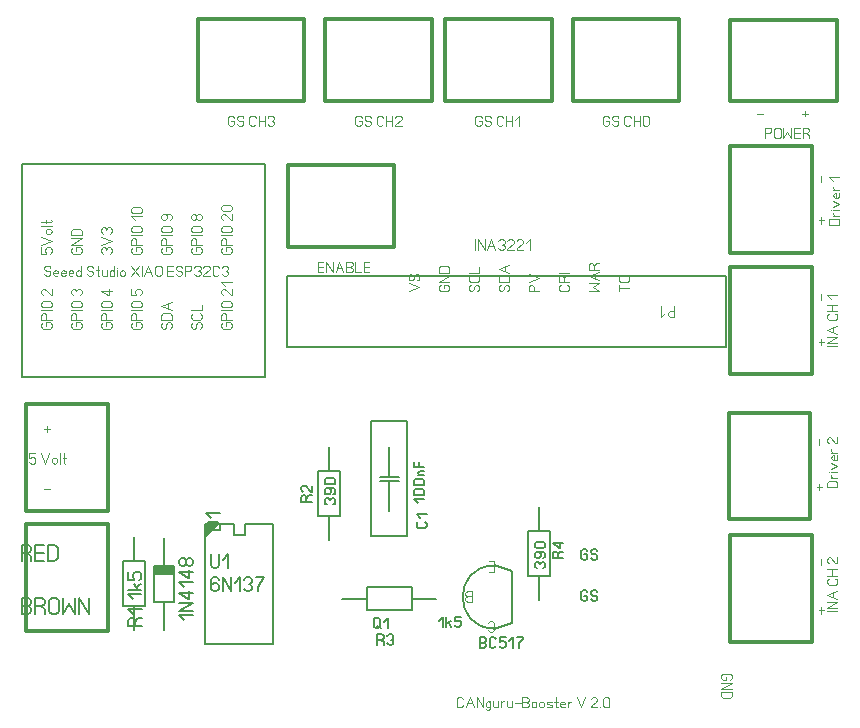
<source format=gbr>
%FSLAX34Y34*%
%MOMM*%
%LNSILK_TOP*%
G71*
G01*
%ADD10C,0.150*%
%ADD11C,0.144*%
%ADD12C,0.100*%
%ADD13C,0.159*%
%ADD14C,0.111*%
%ADD15C,0.167*%
%ADD16C,0.300*%
%ADD17C,0.200*%
%LPD*%
G54D10*
X-438125Y212725D02*
X-462025Y212725D01*
X-462025Y203225D01*
X-471425Y203225D01*
X-471425Y212725D01*
X-495325Y212725D01*
X-495325Y111125D01*
X-438125Y111125D01*
X-438125Y212725D01*
G36*
X-495325Y212825D02*
X-482625Y212825D01*
X-495325Y200025D01*
X-495325Y212825D01*
G37*
G54D11*
X-490325Y186631D02*
X-490325Y177242D01*
X-489458Y175797D01*
X-487725Y175075D01*
X-485992Y175075D01*
X-484258Y175797D01*
X-483392Y177242D01*
X-483392Y186631D01*
G54D11*
X-480214Y182297D02*
X-475881Y186631D01*
X-475881Y175075D01*
G54D11*
X-483392Y164964D02*
X-484258Y166408D01*
X-485992Y167131D01*
X-487725Y167131D01*
X-489458Y166408D01*
X-490325Y164964D01*
X-490325Y161353D01*
X-490325Y160631D01*
X-487725Y162075D01*
X-485992Y162075D01*
X-484258Y161353D01*
X-483392Y159908D01*
X-483392Y157742D01*
X-484258Y156297D01*
X-485992Y155575D01*
X-487725Y155575D01*
X-489458Y156297D01*
X-490325Y157742D01*
X-490325Y161353D01*
G54D11*
X-480214Y155575D02*
X-480214Y167131D01*
X-473281Y155575D01*
X-473281Y167131D01*
G54D11*
X-470103Y162797D02*
X-465770Y167131D01*
X-465770Y155575D01*
G54D11*
X-462592Y164964D02*
X-461725Y166408D01*
X-459992Y167131D01*
X-458259Y167131D01*
X-456525Y166408D01*
X-455659Y164964D01*
X-455659Y163519D01*
X-456525Y162075D01*
X-458259Y161353D01*
X-456525Y160631D01*
X-455659Y159186D01*
X-455659Y157742D01*
X-456525Y156297D01*
X-458259Y155575D01*
X-459992Y155575D01*
X-461725Y156297D01*
X-462592Y157742D01*
G54D11*
X-452481Y167131D02*
X-445548Y167131D01*
X-446414Y165686D01*
X-448148Y163519D01*
X-449881Y160631D01*
X-450748Y158464D01*
X-450748Y155575D01*
G54D10*
X-521525Y177125D02*
X-538925Y177125D01*
X-538925Y146725D01*
X-521525Y146725D01*
X-521525Y177125D01*
G36*
X-521625Y177025D02*
X-538325Y177025D01*
X-538325Y169825D01*
X-521625Y169825D01*
X-521625Y177025D01*
G37*
G54D12*
X-521625Y177025D02*
X-538325Y177025D01*
X-538325Y169825D01*
X-521625Y169825D01*
X-521625Y177025D01*
G54D10*
X-530225Y200825D02*
X-530225Y177025D01*
G54D10*
X-530225Y146825D02*
X-530225Y123025D01*
G54D11*
X-483219Y207281D02*
X-494775Y207281D01*
X-494775Y211614D01*
X-494052Y213348D01*
X-492608Y214214D01*
X-485386Y214214D01*
X-483941Y213348D01*
X-483219Y211614D01*
X-483219Y207281D01*
G54D11*
X-490441Y217392D02*
X-494775Y221725D01*
X-483219Y221725D01*
G54D11*
X-513116Y131312D02*
X-517450Y135645D01*
X-505894Y135645D01*
G54D11*
X-505894Y138823D02*
X-517450Y138823D01*
X-505894Y145756D01*
X-517450Y145756D01*
G54D11*
X-505894Y154134D02*
X-517450Y154134D01*
X-510227Y148934D01*
X-508783Y148934D01*
X-508783Y155867D01*
G54D11*
X-513116Y159045D02*
X-517450Y163378D01*
X-505894Y163378D01*
G54D11*
X-505894Y171756D02*
X-517450Y171756D01*
X-510227Y166556D01*
X-508783Y166556D01*
X-508783Y173489D01*
G54D11*
X-511672Y181000D02*
X-511672Y179267D01*
X-512394Y177534D01*
X-513838Y176667D01*
X-515283Y176667D01*
X-516727Y177534D01*
X-517450Y179267D01*
X-517450Y181000D01*
X-516727Y182734D01*
X-515283Y183600D01*
X-513838Y183600D01*
X-512394Y182734D01*
X-511672Y181000D01*
X-510950Y182734D01*
X-509505Y183600D01*
X-508061Y183600D01*
X-506616Y182734D01*
X-505894Y181000D01*
X-505894Y179267D01*
X-506616Y177534D01*
X-508061Y176667D01*
X-509505Y176667D01*
X-510950Y177534D01*
X-511672Y179267D01*
G54D10*
X-565125Y180925D02*
X-546125Y180925D01*
X-546125Y142925D01*
X-565125Y142925D01*
X-565125Y180925D01*
G54D10*
X-555625Y181025D02*
X-555625Y201625D01*
G54D10*
X-555625Y122225D02*
X-555625Y142825D01*
G54D11*
X-554775Y129198D02*
X-553330Y131798D01*
X-551886Y132664D01*
X-548997Y132664D01*
G54D11*
X-548997Y125731D02*
X-560553Y125731D01*
X-560553Y130064D01*
X-559830Y131798D01*
X-558386Y132664D01*
X-556941Y132664D01*
X-555497Y131798D01*
X-554775Y130064D01*
X-554775Y125731D01*
G54D11*
X-556219Y135842D02*
X-560553Y140175D01*
X-548997Y140175D01*
G54D11*
X-556766Y149078D02*
X-561100Y153411D01*
X-549544Y153411D01*
G54D11*
X-549544Y156589D02*
X-561100Y156589D01*
G54D11*
X-553877Y159189D02*
X-549544Y161789D01*
G54D11*
X-552433Y156589D02*
X-556044Y161789D01*
G54D11*
X-561100Y171900D02*
X-561100Y164967D01*
X-556044Y164967D01*
X-556044Y165834D01*
X-556766Y167567D01*
X-556766Y169300D01*
X-556044Y171034D01*
X-554600Y171900D01*
X-551711Y171900D01*
X-550266Y171034D01*
X-549544Y169300D01*
X-549544Y167567D01*
X-550266Y165834D01*
X-551711Y164967D01*
G54D10*
X-400025Y257125D02*
X-381025Y257125D01*
X-381025Y219125D01*
X-400025Y219125D01*
X-400025Y257125D01*
G54D10*
X-390525Y257225D02*
X-390525Y277825D01*
G54D10*
X-390525Y198425D02*
X-390525Y219025D01*
G54D13*
X-409805Y233840D02*
X-408694Y235840D01*
X-407583Y236506D01*
X-405361Y236506D01*
G54D13*
X-405361Y231173D02*
X-414250Y231173D01*
X-414250Y234506D01*
X-413694Y235840D01*
X-412583Y236506D01*
X-411472Y236506D01*
X-410361Y235840D01*
X-409805Y234506D01*
X-409805Y231173D01*
G54D13*
X-405361Y244950D02*
X-405361Y239617D01*
X-405917Y239617D01*
X-407028Y240284D01*
X-410361Y244284D01*
X-411472Y244950D01*
X-412583Y244950D01*
X-413694Y244284D01*
X-414250Y242950D01*
X-414250Y241617D01*
X-413694Y240284D01*
X-412583Y239617D01*
G54D13*
X-392658Y228979D02*
X-393769Y229646D01*
X-394325Y230979D01*
X-394325Y232312D01*
X-393769Y233646D01*
X-392658Y234312D01*
X-391547Y234312D01*
X-390436Y233646D01*
X-389880Y232312D01*
X-389325Y233646D01*
X-388214Y234312D01*
X-387103Y234312D01*
X-385992Y233646D01*
X-385436Y232312D01*
X-385436Y230979D01*
X-385992Y229646D01*
X-387103Y228979D01*
G54D13*
X-387103Y237423D02*
X-385992Y238090D01*
X-385436Y239423D01*
X-385436Y240756D01*
X-385992Y242090D01*
X-387103Y242756D01*
X-389880Y242756D01*
X-390436Y242756D01*
X-389325Y240756D01*
X-389325Y239423D01*
X-389880Y238090D01*
X-390992Y237423D01*
X-392658Y237423D01*
X-393769Y238090D01*
X-394325Y239423D01*
X-394325Y240756D01*
X-393769Y242090D01*
X-392658Y242756D01*
X-389880Y242756D01*
G54D13*
X-392658Y251200D02*
X-387103Y251200D01*
X-385992Y250534D01*
X-385436Y249200D01*
X-385436Y247867D01*
X-385992Y246534D01*
X-387103Y245867D01*
X-392658Y245867D01*
X-393769Y246534D01*
X-394325Y247867D01*
X-394325Y249200D01*
X-393769Y250534D01*
X-392658Y251200D01*
G54D10*
X-320725Y158725D02*
X-320725Y139725D01*
X-358725Y139725D01*
X-358725Y158725D01*
X-320725Y158725D01*
G54D10*
X-320625Y149225D02*
X-300025Y149225D01*
G54D10*
X-379425Y149225D02*
X-358825Y149225D01*
G54D13*
X-347185Y114530D02*
X-345185Y113419D01*
X-344519Y112308D01*
X-344519Y110086D01*
G54D13*
X-349852Y110086D02*
X-349852Y118975D01*
X-346519Y118975D01*
X-345185Y118419D01*
X-344519Y117308D01*
X-344519Y116197D01*
X-345185Y115086D01*
X-346519Y114530D01*
X-349852Y114530D01*
G54D13*
X-341408Y117308D02*
X-340741Y118419D01*
X-339408Y118975D01*
X-338075Y118975D01*
X-336741Y118419D01*
X-336075Y117308D01*
X-336075Y116197D01*
X-336741Y115086D01*
X-338075Y114530D01*
X-336741Y113975D01*
X-336075Y112864D01*
X-336075Y111753D01*
X-336741Y110642D01*
X-338075Y110086D01*
X-339408Y110086D01*
X-340741Y110642D01*
X-341408Y111753D01*
G54D13*
X-297841Y130642D02*
X-294508Y133975D01*
X-294508Y125086D01*
G54D13*
X-291397Y125086D02*
X-291397Y133975D01*
G54D13*
X-289397Y128419D02*
X-287397Y125086D01*
G54D13*
X-291397Y127308D02*
X-287397Y130086D01*
G54D13*
X-278953Y133975D02*
X-284286Y133975D01*
X-284286Y130086D01*
X-283619Y130086D01*
X-282286Y130642D01*
X-280953Y130642D01*
X-279619Y130086D01*
X-278953Y128975D01*
X-278953Y126753D01*
X-279619Y125642D01*
X-280953Y125086D01*
X-282286Y125086D01*
X-283619Y125642D01*
X-284286Y126753D01*
G54D10*
X-222225Y206325D02*
X-203225Y206325D01*
X-203225Y168325D01*
X-222225Y168325D01*
X-222225Y206325D01*
G54D10*
X-212725Y206425D02*
X-212725Y227025D01*
G54D10*
X-212725Y147625D02*
X-212725Y168225D01*
G54D13*
X-196973Y186322D02*
X-195862Y188322D01*
X-194751Y188988D01*
X-192529Y188988D01*
G54D13*
X-192529Y183655D02*
X-201418Y183655D01*
X-201418Y186988D01*
X-200862Y188322D01*
X-199751Y188988D01*
X-198640Y188988D01*
X-197529Y188322D01*
X-196973Y186988D01*
X-196973Y183655D01*
G54D13*
X-192529Y196099D02*
X-201418Y196099D01*
X-195862Y192099D01*
X-194751Y192099D01*
X-194751Y197432D01*
G54D13*
X-214858Y175004D02*
X-215969Y175671D01*
X-216525Y177004D01*
X-216525Y178337D01*
X-215969Y179671D01*
X-214858Y180337D01*
X-213747Y180337D01*
X-212636Y179671D01*
X-212080Y178337D01*
X-211525Y179671D01*
X-210414Y180337D01*
X-209303Y180337D01*
X-208192Y179671D01*
X-207636Y178337D01*
X-207636Y177004D01*
X-208192Y175671D01*
X-209303Y175004D01*
G54D13*
X-209303Y183448D02*
X-208192Y184115D01*
X-207636Y185448D01*
X-207636Y186781D01*
X-208192Y188115D01*
X-209303Y188781D01*
X-212080Y188781D01*
X-212636Y188781D01*
X-211525Y186781D01*
X-211525Y185448D01*
X-212080Y184115D01*
X-213192Y183448D01*
X-214858Y183448D01*
X-215969Y184115D01*
X-216525Y185448D01*
X-216525Y186781D01*
X-215969Y188115D01*
X-214858Y188781D01*
X-212080Y188781D01*
G54D13*
X-214858Y197225D02*
X-209303Y197225D01*
X-208192Y196559D01*
X-207636Y195225D01*
X-207636Y193892D01*
X-208192Y192559D01*
X-209303Y191892D01*
X-214858Y191892D01*
X-215969Y192559D01*
X-216525Y193892D01*
X-216525Y195225D01*
X-215969Y196559D01*
X-214858Y197225D01*
G54D10*
X-250825Y123825D02*
X-235625Y128725D01*
X-235625Y172325D01*
X-250825Y177225D01*
G54D10*
G75*
G01X-250925Y177175D02*
G03X-250925Y123875I0J-26650D01*
G01*
G54D13*
X-350253Y125889D02*
X-346920Y124222D01*
G54D13*
X-347586Y131445D02*
X-347586Y125889D01*
X-348253Y124778D01*
X-349586Y124222D01*
X-350920Y124222D01*
X-352253Y124778D01*
X-352920Y125889D01*
X-352920Y131445D01*
X-352253Y132556D01*
X-350920Y133111D01*
X-349586Y133111D01*
X-348253Y132556D01*
X-347586Y131445D01*
G54D13*
X-343808Y129778D02*
X-340475Y133111D01*
X-340475Y124222D01*
G54D13*
X-263184Y107472D02*
X-263184Y116361D01*
X-259851Y116361D01*
X-258518Y115806D01*
X-257851Y114695D01*
X-257851Y113584D01*
X-258518Y112472D01*
X-259851Y111917D01*
X-258518Y111361D01*
X-257851Y110250D01*
X-257851Y109139D01*
X-258518Y108028D01*
X-259851Y107472D01*
X-263184Y107472D01*
G54D13*
X-263184Y111917D02*
X-259851Y111917D01*
G54D13*
X-249407Y109139D02*
X-250074Y108028D01*
X-251407Y107472D01*
X-252740Y107472D01*
X-254074Y108028D01*
X-254740Y109139D01*
X-254740Y114695D01*
X-254074Y115806D01*
X-252740Y116361D01*
X-251407Y116361D01*
X-250074Y115806D01*
X-249407Y114695D01*
G54D13*
X-240963Y116361D02*
X-246296Y116361D01*
X-246296Y112472D01*
X-245630Y112472D01*
X-244296Y113028D01*
X-242963Y113028D01*
X-241630Y112472D01*
X-240963Y111361D01*
X-240963Y109139D01*
X-241630Y108028D01*
X-242963Y107472D01*
X-244296Y107472D01*
X-245630Y108028D01*
X-246296Y109139D01*
G54D13*
X-237852Y113028D02*
X-234519Y116361D01*
X-234519Y107472D01*
G54D13*
X-231408Y116361D02*
X-226075Y116361D01*
X-226742Y115250D01*
X-228075Y113584D01*
X-229408Y111361D01*
X-230075Y109695D01*
X-230075Y107472D01*
G54D14*
X-255492Y180975D02*
X-250825Y180975D01*
X-250825Y172086D01*
X-255492Y172086D01*
G54D14*
X-250825Y176531D02*
X-255492Y176531D01*
G54D14*
X-256158Y128508D02*
X-255492Y129619D01*
X-254158Y130175D01*
X-252825Y130175D01*
X-251492Y129619D01*
X-250825Y128508D01*
X-250825Y122953D01*
X-251492Y121842D01*
X-252825Y121286D01*
X-254158Y121286D01*
X-255492Y121842D01*
X-256158Y122953D01*
G54D14*
X-269875Y155575D02*
X-269875Y146686D01*
X-273208Y146686D01*
X-274542Y147242D01*
X-275208Y148353D01*
X-275208Y149464D01*
X-274542Y150575D01*
X-273208Y151131D01*
X-274542Y151686D01*
X-275208Y152797D01*
X-275208Y153908D01*
X-274542Y155019D01*
X-273208Y155575D01*
X-269875Y155575D01*
G54D14*
X-269875Y151131D02*
X-273208Y151131D01*
G54D15*
X-646875Y187642D02*
X-643875Y185975D01*
X-642875Y184308D01*
X-642875Y180975D01*
G54D15*
X-650875Y180975D02*
X-650875Y194308D01*
X-645875Y194308D01*
X-643875Y193475D01*
X-642875Y191808D01*
X-642875Y190142D01*
X-643875Y188475D01*
X-645875Y187642D01*
X-650875Y187642D01*
G54D15*
X-632208Y180975D02*
X-639208Y180975D01*
X-639208Y194308D01*
X-632208Y194308D01*
G54D15*
X-639208Y187642D02*
X-632208Y187642D01*
G54D15*
X-628541Y180975D02*
X-628541Y194308D01*
X-623541Y194308D01*
X-621541Y193475D01*
X-620541Y191808D01*
X-620541Y183475D01*
X-621541Y181808D01*
X-623541Y180975D01*
X-628541Y180975D01*
G54D15*
X-650875Y136525D02*
X-650875Y149858D01*
X-645875Y149858D01*
X-643875Y149025D01*
X-642875Y147358D01*
X-642875Y145692D01*
X-643875Y144025D01*
X-645875Y143192D01*
X-643875Y142358D01*
X-642875Y140692D01*
X-642875Y139025D01*
X-643875Y137358D01*
X-645875Y136525D01*
X-650875Y136525D01*
G54D15*
X-650875Y143192D02*
X-645875Y143192D01*
G54D15*
X-635208Y143192D02*
X-632208Y141525D01*
X-631208Y139858D01*
X-631208Y136525D01*
G54D15*
X-639208Y136525D02*
X-639208Y149858D01*
X-634208Y149858D01*
X-632208Y149025D01*
X-631208Y147358D01*
X-631208Y145692D01*
X-632208Y144025D01*
X-634208Y143192D01*
X-639208Y143192D01*
G54D15*
X-619541Y147358D02*
X-619541Y139025D01*
X-620541Y137358D01*
X-622541Y136525D01*
X-624541Y136525D01*
X-626541Y137358D01*
X-627541Y139025D01*
X-627541Y147358D01*
X-626541Y149025D01*
X-624541Y149858D01*
X-622541Y149858D01*
X-620541Y149025D01*
X-619541Y147358D01*
G54D15*
X-615874Y149858D02*
X-615874Y136525D01*
X-610874Y144858D01*
X-605874Y136525D01*
X-605874Y149858D01*
G54D15*
X-602207Y136525D02*
X-602207Y149858D01*
X-594207Y136525D01*
X-594207Y149858D01*
G54D14*
X-639192Y272414D02*
X-644525Y272414D01*
X-644525Y268525D01*
X-643858Y268525D01*
X-642525Y269081D01*
X-641192Y269081D01*
X-639858Y268525D01*
X-639192Y267414D01*
X-639192Y265192D01*
X-639858Y264081D01*
X-641192Y263525D01*
X-642525Y263525D01*
X-643858Y264081D01*
X-644525Y265192D01*
G54D14*
X-634171Y272414D02*
X-630838Y263525D01*
X-627504Y272414D01*
G54D14*
X-621060Y264858D02*
X-621060Y267081D01*
X-621727Y268192D01*
X-623060Y268525D01*
X-624393Y268192D01*
X-625060Y267081D01*
X-625060Y264858D01*
X-624393Y263747D01*
X-623060Y263525D01*
X-621727Y263747D01*
X-621060Y264858D01*
G54D14*
X-618616Y263525D02*
X-618616Y272414D01*
G54D14*
X-614839Y272414D02*
X-614839Y264081D01*
X-614172Y263525D01*
X-613505Y263747D01*
G54D14*
X-616172Y268525D02*
X-613505Y268525D01*
G54D14*
X-631825Y292814D02*
X-626492Y292814D01*
G54D14*
X-629158Y295036D02*
X-629158Y290592D01*
G54D14*
X-631825Y242014D02*
X-626492Y242014D01*
G54D14*
X-98425Y396875D02*
X-98425Y387986D01*
X-101758Y387986D01*
X-103092Y388542D01*
X-103758Y389653D01*
X-103758Y390764D01*
X-103092Y391875D01*
X-101758Y392431D01*
X-98425Y392431D01*
G54D14*
X-106202Y391319D02*
X-109535Y387986D01*
X-109535Y396875D01*
G54D10*
X-324625Y299325D02*
X-354825Y299325D01*
X-354825Y202325D01*
X-324625Y202325D01*
X-324625Y299325D01*
G54D10*
X-331725Y252325D02*
X-347725Y252325D01*
G54D10*
X-331725Y249125D02*
X-347725Y249125D01*
G54D10*
X-339725Y277725D02*
X-339725Y252325D01*
G54D10*
X-339725Y249125D02*
X-339725Y223725D01*
G54D13*
X-309353Y214256D02*
X-308242Y213590D01*
X-307686Y212256D01*
X-307686Y210923D01*
X-308242Y209590D01*
X-309353Y208923D01*
X-314908Y208923D01*
X-316019Y209590D01*
X-316575Y210923D01*
X-316575Y212256D01*
X-316019Y213590D01*
X-314908Y214256D01*
G54D13*
X-313242Y217367D02*
X-316575Y220700D01*
X-307686Y220700D01*
G54D13*
X-315542Y230119D02*
X-318875Y233452D01*
X-309986Y233452D01*
G54D13*
X-317208Y241896D02*
X-311653Y241896D01*
X-310542Y241230D01*
X-309986Y239896D01*
X-309986Y238563D01*
X-310542Y237230D01*
X-311653Y236563D01*
X-317208Y236563D01*
X-318319Y237230D01*
X-318875Y238563D01*
X-318875Y239896D01*
X-318319Y241230D01*
X-317208Y241896D01*
G54D13*
X-317208Y250340D02*
X-311653Y250340D01*
X-310542Y249674D01*
X-309986Y248340D01*
X-309986Y247007D01*
X-310542Y245674D01*
X-311653Y245007D01*
X-317208Y245007D01*
X-318319Y245674D01*
X-318875Y247007D01*
X-318875Y248340D01*
X-318319Y249674D01*
X-317208Y250340D01*
G54D13*
X-309986Y253451D02*
X-314986Y253451D01*
G54D13*
X-313875Y253451D02*
X-314653Y254118D01*
X-314986Y255451D01*
X-314653Y256784D01*
X-313875Y257451D01*
X-309986Y257451D01*
G54D13*
X-309986Y260562D02*
X-318875Y260562D01*
X-318875Y265229D01*
G54D13*
X-314430Y260562D02*
X-314430Y265229D01*
G54D16*
X-646856Y313865D02*
X-646856Y223764D01*
X-577860Y223764D01*
X-577860Y313865D01*
X-646856Y313865D01*
G54D16*
X-646856Y212265D02*
X-646856Y122164D01*
X-577860Y122164D01*
X-577860Y212265D01*
X-646856Y212265D01*
G54D14*
X-604519Y443840D02*
X-604519Y446506D01*
X-601742Y446506D01*
X-600631Y445840D01*
X-600075Y444506D01*
X-600075Y443173D01*
X-600631Y441840D01*
X-601742Y441173D01*
X-607297Y441173D01*
X-608408Y441840D01*
X-608964Y443173D01*
X-608964Y444506D01*
X-608408Y445840D01*
X-607297Y446506D01*
G54D14*
X-600075Y448950D02*
X-608964Y448950D01*
X-600075Y454283D01*
X-608964Y454283D01*
G54D14*
X-600075Y456727D02*
X-608964Y456727D01*
X-608964Y460060D01*
X-608408Y461394D01*
X-607297Y462060D01*
X-601742Y462060D01*
X-600631Y461394D01*
X-600075Y460060D01*
X-600075Y456727D01*
G54D14*
X-634364Y446506D02*
X-634364Y441173D01*
X-630475Y441173D01*
X-630475Y441840D01*
X-631031Y443173D01*
X-631031Y444506D01*
X-630475Y445840D01*
X-629364Y446506D01*
X-627142Y446506D01*
X-626031Y445840D01*
X-625475Y444506D01*
X-625475Y443173D01*
X-626031Y441840D01*
X-627142Y441173D01*
G54D14*
X-634364Y448950D02*
X-625475Y452283D01*
X-634364Y455617D01*
G54D14*
X-626808Y462061D02*
X-629031Y462061D01*
X-630142Y461394D01*
X-630475Y460061D01*
X-630142Y458728D01*
X-629031Y458061D01*
X-626808Y458061D01*
X-625697Y458728D01*
X-625475Y460061D01*
X-625697Y461394D01*
X-626808Y462061D01*
G54D14*
X-625475Y464505D02*
X-634364Y464505D01*
G54D14*
X-634364Y468282D02*
X-626031Y468282D01*
X-625475Y468949D01*
X-625697Y469616D01*
G54D14*
X-630475Y466949D02*
X-630475Y469616D01*
G54D14*
X-581897Y441173D02*
X-583008Y441840D01*
X-583564Y443173D01*
X-583564Y444506D01*
X-583008Y445840D01*
X-581897Y446506D01*
X-580786Y446506D01*
X-579675Y445840D01*
X-579119Y444506D01*
X-578564Y445840D01*
X-577453Y446506D01*
X-576342Y446506D01*
X-575231Y445840D01*
X-574675Y444506D01*
X-574675Y443173D01*
X-575231Y441840D01*
X-576342Y441173D01*
G54D14*
X-583564Y448950D02*
X-574675Y452283D01*
X-583564Y455617D01*
G54D14*
X-581897Y458061D02*
X-583008Y458728D01*
X-583564Y460061D01*
X-583564Y461394D01*
X-583008Y462728D01*
X-581897Y463394D01*
X-580786Y463394D01*
X-579675Y462728D01*
X-579119Y461394D01*
X-578564Y462728D01*
X-577453Y463394D01*
X-576342Y463394D01*
X-575231Y462728D01*
X-574675Y461394D01*
X-574675Y460061D01*
X-575231Y458728D01*
X-576342Y458061D01*
G54D14*
X-553719Y443840D02*
X-553719Y446506D01*
X-550942Y446506D01*
X-549831Y445840D01*
X-549275Y444506D01*
X-549275Y443173D01*
X-549831Y441840D01*
X-550942Y441173D01*
X-556497Y441173D01*
X-557608Y441840D01*
X-558164Y443173D01*
X-558164Y444506D01*
X-557608Y445840D01*
X-556497Y446506D01*
G54D14*
X-549275Y448950D02*
X-558164Y448950D01*
X-558164Y452283D01*
X-557608Y453617D01*
X-556497Y454283D01*
X-555386Y454283D01*
X-554275Y453617D01*
X-553719Y452283D01*
X-553719Y448950D01*
G54D14*
X-549275Y456727D02*
X-558164Y456727D01*
G54D14*
X-556497Y464504D02*
X-550942Y464504D01*
X-549831Y463838D01*
X-549275Y462504D01*
X-549275Y461171D01*
X-549831Y459838D01*
X-550942Y459171D01*
X-556497Y459171D01*
X-557608Y459838D01*
X-558164Y461171D01*
X-558164Y462504D01*
X-557608Y463838D01*
X-556497Y464504D01*
G54D14*
X-554831Y469525D02*
X-558164Y472858D01*
X-549275Y472858D01*
G54D14*
X-556497Y480635D02*
X-550942Y480635D01*
X-549831Y479969D01*
X-549275Y478635D01*
X-549275Y477302D01*
X-549831Y475969D01*
X-550942Y475302D01*
X-556497Y475302D01*
X-557608Y475969D01*
X-558164Y477302D01*
X-558164Y478635D01*
X-557608Y479969D01*
X-556497Y480635D01*
G54D14*
X-528319Y443840D02*
X-528319Y446506D01*
X-525542Y446506D01*
X-524431Y445840D01*
X-523875Y444506D01*
X-523875Y443173D01*
X-524431Y441840D01*
X-525542Y441173D01*
X-531097Y441173D01*
X-532208Y441840D01*
X-532764Y443173D01*
X-532764Y444506D01*
X-532208Y445840D01*
X-531097Y446506D01*
G54D14*
X-523875Y448950D02*
X-532764Y448950D01*
X-532764Y452283D01*
X-532208Y453617D01*
X-531097Y454283D01*
X-529986Y454283D01*
X-528875Y453617D01*
X-528319Y452283D01*
X-528319Y448950D01*
G54D14*
X-523875Y456727D02*
X-532764Y456727D01*
G54D14*
X-531097Y464504D02*
X-525542Y464504D01*
X-524431Y463838D01*
X-523875Y462504D01*
X-523875Y461171D01*
X-524431Y459838D01*
X-525542Y459171D01*
X-531097Y459171D01*
X-532208Y459838D01*
X-532764Y461171D01*
X-532764Y462504D01*
X-532208Y463838D01*
X-531097Y464504D01*
G54D14*
X-525542Y469525D02*
X-524431Y470192D01*
X-523875Y471525D01*
X-523875Y472858D01*
X-524431Y474192D01*
X-525542Y474858D01*
X-528319Y474858D01*
X-528875Y474858D01*
X-527764Y472858D01*
X-527764Y471525D01*
X-528319Y470192D01*
X-529431Y469525D01*
X-531097Y469525D01*
X-532208Y470192D01*
X-532764Y471525D01*
X-532764Y472858D01*
X-532208Y474192D01*
X-531097Y474858D01*
X-528319Y474858D01*
G54D14*
X-502919Y443840D02*
X-502919Y446506D01*
X-500142Y446506D01*
X-499031Y445840D01*
X-498475Y444506D01*
X-498475Y443173D01*
X-499031Y441840D01*
X-500142Y441173D01*
X-505697Y441173D01*
X-506808Y441840D01*
X-507364Y443173D01*
X-507364Y444506D01*
X-506808Y445840D01*
X-505697Y446506D01*
G54D14*
X-498475Y448950D02*
X-507364Y448950D01*
X-507364Y452283D01*
X-506808Y453617D01*
X-505697Y454283D01*
X-504586Y454283D01*
X-503475Y453617D01*
X-502919Y452283D01*
X-502919Y448950D01*
G54D14*
X-498475Y456727D02*
X-507364Y456727D01*
G54D14*
X-505697Y464504D02*
X-500142Y464504D01*
X-499031Y463838D01*
X-498475Y462504D01*
X-498475Y461171D01*
X-499031Y459838D01*
X-500142Y459171D01*
X-505697Y459171D01*
X-506808Y459838D01*
X-507364Y461171D01*
X-507364Y462504D01*
X-506808Y463838D01*
X-505697Y464504D01*
G54D14*
X-502919Y472858D02*
X-502919Y471525D01*
X-503475Y470192D01*
X-504586Y469525D01*
X-505697Y469525D01*
X-506808Y470192D01*
X-507364Y471525D01*
X-507364Y472858D01*
X-506808Y474192D01*
X-505697Y474858D01*
X-504586Y474858D01*
X-503475Y474192D01*
X-502919Y472858D01*
X-502364Y474192D01*
X-501253Y474858D01*
X-500142Y474858D01*
X-499031Y474192D01*
X-498475Y472858D01*
X-498475Y471525D01*
X-499031Y470192D01*
X-500142Y469525D01*
X-501253Y469525D01*
X-502364Y470192D01*
X-502919Y471525D01*
G54D14*
X-477519Y443840D02*
X-477519Y446506D01*
X-474742Y446506D01*
X-473631Y445840D01*
X-473075Y444506D01*
X-473075Y443173D01*
X-473631Y441840D01*
X-474742Y441173D01*
X-480297Y441173D01*
X-481408Y441840D01*
X-481964Y443173D01*
X-481964Y444506D01*
X-481408Y445840D01*
X-480297Y446506D01*
G54D14*
X-473075Y448950D02*
X-481964Y448950D01*
X-481964Y452283D01*
X-481408Y453617D01*
X-480297Y454283D01*
X-479186Y454283D01*
X-478075Y453617D01*
X-477519Y452283D01*
X-477519Y448950D01*
G54D14*
X-473075Y456727D02*
X-481964Y456727D01*
G54D14*
X-480297Y464504D02*
X-474742Y464504D01*
X-473631Y463838D01*
X-473075Y462504D01*
X-473075Y461171D01*
X-473631Y459838D01*
X-474742Y459171D01*
X-480297Y459171D01*
X-481408Y459838D01*
X-481964Y461171D01*
X-481964Y462504D01*
X-481408Y463838D01*
X-480297Y464504D01*
G54D14*
X-473075Y474858D02*
X-473075Y469525D01*
X-473631Y469525D01*
X-474742Y470192D01*
X-478075Y474192D01*
X-479186Y474858D01*
X-480297Y474858D01*
X-481408Y474192D01*
X-481964Y472858D01*
X-481964Y471525D01*
X-481408Y470192D01*
X-480297Y469525D01*
G54D14*
X-480297Y482635D02*
X-474742Y482635D01*
X-473631Y481969D01*
X-473075Y480635D01*
X-473075Y479302D01*
X-473631Y477969D01*
X-474742Y477302D01*
X-480297Y477302D01*
X-481408Y477969D01*
X-481964Y479302D01*
X-481964Y480635D01*
X-481408Y481969D01*
X-480297Y482635D01*
G54D14*
X-604519Y380340D02*
X-604519Y383006D01*
X-601742Y383006D01*
X-600631Y382340D01*
X-600075Y381006D01*
X-600075Y379673D01*
X-600631Y378340D01*
X-601742Y377673D01*
X-607297Y377673D01*
X-608408Y378340D01*
X-608964Y379673D01*
X-608964Y381006D01*
X-608408Y382340D01*
X-607297Y383006D01*
G54D14*
X-600075Y385450D02*
X-608964Y385450D01*
X-608964Y388783D01*
X-608408Y390117D01*
X-607297Y390783D01*
X-606186Y390783D01*
X-605075Y390117D01*
X-604519Y388783D01*
X-604519Y385450D01*
G54D14*
X-600075Y393227D02*
X-608964Y393227D01*
G54D14*
X-607297Y401004D02*
X-601742Y401004D01*
X-600631Y400338D01*
X-600075Y399004D01*
X-600075Y397671D01*
X-600631Y396338D01*
X-601742Y395671D01*
X-607297Y395671D01*
X-608408Y396338D01*
X-608964Y397671D01*
X-608964Y399004D01*
X-608408Y400338D01*
X-607297Y401004D01*
G54D14*
X-607297Y406025D02*
X-608408Y406692D01*
X-608964Y408025D01*
X-608964Y409358D01*
X-608408Y410692D01*
X-607297Y411358D01*
X-606186Y411358D01*
X-605075Y410692D01*
X-604519Y409358D01*
X-603964Y410692D01*
X-602853Y411358D01*
X-601742Y411358D01*
X-600631Y410692D01*
X-600075Y409358D01*
X-600075Y408025D01*
X-600631Y406692D01*
X-601742Y406025D01*
G54D14*
X-629919Y380340D02*
X-629919Y383006D01*
X-627142Y383006D01*
X-626031Y382340D01*
X-625475Y381006D01*
X-625475Y379673D01*
X-626031Y378340D01*
X-627142Y377673D01*
X-632697Y377673D01*
X-633808Y378340D01*
X-634364Y379673D01*
X-634364Y381006D01*
X-633808Y382340D01*
X-632697Y383006D01*
G54D14*
X-625475Y385450D02*
X-634364Y385450D01*
X-634364Y388783D01*
X-633808Y390117D01*
X-632697Y390783D01*
X-631586Y390783D01*
X-630475Y390117D01*
X-629919Y388783D01*
X-629919Y385450D01*
G54D14*
X-625475Y393227D02*
X-634364Y393227D01*
G54D14*
X-632697Y401004D02*
X-627142Y401004D01*
X-626031Y400338D01*
X-625475Y399004D01*
X-625475Y397671D01*
X-626031Y396338D01*
X-627142Y395671D01*
X-632697Y395671D01*
X-633808Y396338D01*
X-634364Y397671D01*
X-634364Y399004D01*
X-633808Y400338D01*
X-632697Y401004D01*
G54D14*
X-625475Y411358D02*
X-625475Y406025D01*
X-626031Y406025D01*
X-627142Y406692D01*
X-630475Y410692D01*
X-631586Y411358D01*
X-632697Y411358D01*
X-633808Y410692D01*
X-634364Y409358D01*
X-634364Y408025D01*
X-633808Y406692D01*
X-632697Y406025D01*
G54D14*
X-579119Y380340D02*
X-579119Y383006D01*
X-576342Y383006D01*
X-575231Y382340D01*
X-574675Y381006D01*
X-574675Y379673D01*
X-575231Y378340D01*
X-576342Y377673D01*
X-581897Y377673D01*
X-583008Y378340D01*
X-583564Y379673D01*
X-583564Y381006D01*
X-583008Y382340D01*
X-581897Y383006D01*
G54D14*
X-574675Y385450D02*
X-583564Y385450D01*
X-583564Y388783D01*
X-583008Y390117D01*
X-581897Y390783D01*
X-580786Y390783D01*
X-579675Y390117D01*
X-579119Y388783D01*
X-579119Y385450D01*
G54D14*
X-574675Y393227D02*
X-583564Y393227D01*
G54D14*
X-581897Y401004D02*
X-576342Y401004D01*
X-575231Y400338D01*
X-574675Y399004D01*
X-574675Y397671D01*
X-575231Y396338D01*
X-576342Y395671D01*
X-581897Y395671D01*
X-583008Y396338D01*
X-583564Y397671D01*
X-583564Y399004D01*
X-583008Y400338D01*
X-581897Y401004D01*
G54D14*
X-574675Y410025D02*
X-583564Y410025D01*
X-578008Y406025D01*
X-576897Y406025D01*
X-576897Y411358D01*
G54D14*
X-553719Y380340D02*
X-553719Y383006D01*
X-550942Y383006D01*
X-549831Y382340D01*
X-549275Y381006D01*
X-549275Y379673D01*
X-549831Y378340D01*
X-550942Y377673D01*
X-556497Y377673D01*
X-557608Y378340D01*
X-558164Y379673D01*
X-558164Y381006D01*
X-557608Y382340D01*
X-556497Y383006D01*
G54D14*
X-549275Y385450D02*
X-558164Y385450D01*
X-558164Y388783D01*
X-557608Y390117D01*
X-556497Y390783D01*
X-555386Y390783D01*
X-554275Y390117D01*
X-553719Y388783D01*
X-553719Y385450D01*
G54D14*
X-549275Y393227D02*
X-558164Y393227D01*
G54D14*
X-556497Y401004D02*
X-550942Y401004D01*
X-549831Y400338D01*
X-549275Y399004D01*
X-549275Y397671D01*
X-549831Y396338D01*
X-550942Y395671D01*
X-556497Y395671D01*
X-557608Y396338D01*
X-558164Y397671D01*
X-558164Y399004D01*
X-557608Y400338D01*
X-556497Y401004D01*
G54D14*
X-558164Y411358D02*
X-558164Y406025D01*
X-554275Y406025D01*
X-554275Y406692D01*
X-554831Y408025D01*
X-554831Y409358D01*
X-554275Y410692D01*
X-553164Y411358D01*
X-550942Y411358D01*
X-549831Y410692D01*
X-549275Y409358D01*
X-549275Y408025D01*
X-549831Y406692D01*
X-550942Y406025D01*
G54D14*
X-525542Y377673D02*
X-524431Y378340D01*
X-523875Y379673D01*
X-523875Y381006D01*
X-524431Y382340D01*
X-525542Y383006D01*
X-526653Y383006D01*
X-527764Y382340D01*
X-528319Y381006D01*
X-528319Y379673D01*
X-528875Y378340D01*
X-529986Y377673D01*
X-531097Y377673D01*
X-532208Y378340D01*
X-532764Y379673D01*
X-532764Y381006D01*
X-532208Y382340D01*
X-531097Y383006D01*
G54D14*
X-523875Y385450D02*
X-532764Y385450D01*
X-532764Y388783D01*
X-532208Y390117D01*
X-531097Y390783D01*
X-525542Y390783D01*
X-524431Y390117D01*
X-523875Y388783D01*
X-523875Y385450D01*
G54D14*
X-523875Y393227D02*
X-532764Y396560D01*
X-523875Y399894D01*
G54D14*
X-527208Y394560D02*
X-527208Y398560D01*
G54D14*
X-500142Y377673D02*
X-499031Y378340D01*
X-498475Y379673D01*
X-498475Y381006D01*
X-499031Y382340D01*
X-500142Y383006D01*
X-501253Y383006D01*
X-502364Y382340D01*
X-502919Y381006D01*
X-502919Y379673D01*
X-503475Y378340D01*
X-504586Y377673D01*
X-505697Y377673D01*
X-506808Y378340D01*
X-507364Y379673D01*
X-507364Y381006D01*
X-506808Y382340D01*
X-505697Y383006D01*
G54D14*
X-500142Y390783D02*
X-499031Y390117D01*
X-498475Y388783D01*
X-498475Y387450D01*
X-499031Y386117D01*
X-500142Y385450D01*
X-505697Y385450D01*
X-506808Y386117D01*
X-507364Y387450D01*
X-507364Y388783D01*
X-506808Y390117D01*
X-505697Y390783D01*
G54D14*
X-507364Y393227D02*
X-498475Y393227D01*
X-498475Y397894D01*
G54D14*
X-477519Y380340D02*
X-477519Y383006D01*
X-474742Y383006D01*
X-473631Y382340D01*
X-473075Y381006D01*
X-473075Y379673D01*
X-473631Y378340D01*
X-474742Y377673D01*
X-480297Y377673D01*
X-481408Y378340D01*
X-481964Y379673D01*
X-481964Y381006D01*
X-481408Y382340D01*
X-480297Y383006D01*
G54D14*
X-473075Y385450D02*
X-481964Y385450D01*
X-481964Y388783D01*
X-481408Y390117D01*
X-480297Y390783D01*
X-479186Y390783D01*
X-478075Y390117D01*
X-477519Y388783D01*
X-477519Y385450D01*
G54D14*
X-473075Y393227D02*
X-481964Y393227D01*
G54D14*
X-480297Y401004D02*
X-474742Y401004D01*
X-473631Y400338D01*
X-473075Y399004D01*
X-473075Y397671D01*
X-473631Y396338D01*
X-474742Y395671D01*
X-480297Y395671D01*
X-481408Y396338D01*
X-481964Y397671D01*
X-481964Y399004D01*
X-481408Y400338D01*
X-480297Y401004D01*
G54D14*
X-473075Y411358D02*
X-473075Y406025D01*
X-473631Y406025D01*
X-474742Y406692D01*
X-478075Y410692D01*
X-479186Y411358D01*
X-480297Y411358D01*
X-481408Y410692D01*
X-481964Y409358D01*
X-481964Y408025D01*
X-481408Y406692D01*
X-480297Y406025D01*
G54D14*
X-478631Y413802D02*
X-481964Y417135D01*
X-473075Y417135D01*
G54D13*
X-174524Y186680D02*
X-171858Y186680D01*
X-171858Y183903D01*
X-172524Y182792D01*
X-173858Y182236D01*
X-175191Y182236D01*
X-176524Y182792D01*
X-177191Y183903D01*
X-177191Y189458D01*
X-176524Y190569D01*
X-175191Y191125D01*
X-173858Y191125D01*
X-172524Y190569D01*
X-171858Y189458D01*
G54D13*
X-168747Y183903D02*
X-168080Y182792D01*
X-166747Y182236D01*
X-165414Y182236D01*
X-164080Y182792D01*
X-163414Y183903D01*
X-163414Y185014D01*
X-164080Y186125D01*
X-165414Y186680D01*
X-166747Y186680D01*
X-168080Y187236D01*
X-168747Y188347D01*
X-168747Y189458D01*
X-168080Y190569D01*
X-166747Y191125D01*
X-165414Y191125D01*
X-164080Y190569D01*
X-163414Y189458D01*
G54D13*
X-174524Y151755D02*
X-171858Y151755D01*
X-171858Y148978D01*
X-172524Y147867D01*
X-173858Y147311D01*
X-175191Y147311D01*
X-176524Y147867D01*
X-177191Y148978D01*
X-177191Y154533D01*
X-176524Y155644D01*
X-175191Y156200D01*
X-173858Y156200D01*
X-172524Y155644D01*
X-171858Y154533D01*
G54D13*
X-168747Y148978D02*
X-168080Y147867D01*
X-166747Y147311D01*
X-165414Y147311D01*
X-164080Y147867D01*
X-163414Y148978D01*
X-163414Y150089D01*
X-164080Y151200D01*
X-165414Y151755D01*
X-166747Y151755D01*
X-168080Y152311D01*
X-168747Y153422D01*
X-168747Y154533D01*
X-168080Y155644D01*
X-166747Y156200D01*
X-165414Y156200D01*
X-164080Y155644D01*
X-163414Y154533D01*
G54D16*
X-94232Y639863D02*
X-184333Y639863D01*
X-184333Y570866D01*
X-94232Y570866D01*
X-94232Y639863D01*
G54D16*
X-202182Y639863D02*
X-292283Y639863D01*
X-292283Y570866D01*
X-202182Y570866D01*
X-202182Y639863D01*
G54D16*
X-335532Y516038D02*
X-425633Y516038D01*
X-425633Y447042D01*
X-335532Y447042D01*
X-335532Y516038D01*
G54D14*
X-156083Y553719D02*
X-153417Y553719D01*
X-153417Y550942D01*
X-154083Y549831D01*
X-155417Y549275D01*
X-156750Y549275D01*
X-158083Y549831D01*
X-158750Y550942D01*
X-158750Y556497D01*
X-158083Y557608D01*
X-156750Y558164D01*
X-155417Y558164D01*
X-154083Y557608D01*
X-153417Y556497D01*
G54D14*
X-150973Y550942D02*
X-150306Y549831D01*
X-148973Y549275D01*
X-147640Y549275D01*
X-146306Y549831D01*
X-145640Y550942D01*
X-145640Y552053D01*
X-146306Y553164D01*
X-147640Y553719D01*
X-148973Y553719D01*
X-150306Y554275D01*
X-150973Y555386D01*
X-150973Y556497D01*
X-150306Y557608D01*
X-148973Y558164D01*
X-147640Y558164D01*
X-146306Y557608D01*
X-145640Y556497D01*
G54D14*
X-135286Y550942D02*
X-135952Y549831D01*
X-137286Y549275D01*
X-138619Y549275D01*
X-139952Y549831D01*
X-140619Y550942D01*
X-140619Y556497D01*
X-139952Y557608D01*
X-138619Y558164D01*
X-137286Y558164D01*
X-135952Y557608D01*
X-135286Y556497D01*
G54D14*
X-132842Y549275D02*
X-132842Y558164D01*
G54D14*
X-127509Y549275D02*
X-127509Y558164D01*
G54D14*
X-132842Y553719D02*
X-127509Y553719D01*
G54D14*
X-119732Y556497D02*
X-119732Y550942D01*
X-120398Y549831D01*
X-121732Y549275D01*
X-123065Y549275D01*
X-124398Y549831D01*
X-125065Y550942D01*
X-125065Y556497D01*
X-124398Y557608D01*
X-123065Y558164D01*
X-121732Y558164D01*
X-120398Y557608D01*
X-119732Y556497D01*
G54D14*
X-264033Y553719D02*
X-261367Y553719D01*
X-261367Y550942D01*
X-262033Y549831D01*
X-263367Y549275D01*
X-264700Y549275D01*
X-266033Y549831D01*
X-266700Y550942D01*
X-266700Y556497D01*
X-266033Y557608D01*
X-264700Y558164D01*
X-263367Y558164D01*
X-262033Y557608D01*
X-261367Y556497D01*
G54D14*
X-258923Y550942D02*
X-258256Y549831D01*
X-256923Y549275D01*
X-255590Y549275D01*
X-254256Y549831D01*
X-253590Y550942D01*
X-253590Y552053D01*
X-254256Y553164D01*
X-255590Y553719D01*
X-256923Y553719D01*
X-258256Y554275D01*
X-258923Y555386D01*
X-258923Y556497D01*
X-258256Y557608D01*
X-256923Y558164D01*
X-255590Y558164D01*
X-254256Y557608D01*
X-253590Y556497D01*
G54D14*
X-243236Y550942D02*
X-243902Y549831D01*
X-245236Y549275D01*
X-246569Y549275D01*
X-247902Y549831D01*
X-248569Y550942D01*
X-248569Y556497D01*
X-247902Y557608D01*
X-246569Y558164D01*
X-245236Y558164D01*
X-243902Y557608D01*
X-243236Y556497D01*
G54D14*
X-240792Y549275D02*
X-240792Y558164D01*
G54D14*
X-235459Y549275D02*
X-235459Y558164D01*
G54D14*
X-240792Y553719D02*
X-235459Y553719D01*
G54D14*
X-233015Y554831D02*
X-229682Y558164D01*
X-229682Y549275D01*
G54D14*
X-395383Y425450D02*
X-400050Y425450D01*
X-400050Y434339D01*
X-395383Y434339D01*
G54D14*
X-400050Y429894D02*
X-395383Y429894D01*
G54D14*
X-392939Y425450D02*
X-392939Y434339D01*
X-387606Y425450D01*
X-387606Y434339D01*
G54D14*
X-385162Y425450D02*
X-381829Y434339D01*
X-378495Y425450D01*
G54D14*
X-383829Y428783D02*
X-379829Y428783D01*
G54D14*
X-376051Y425450D02*
X-376051Y434339D01*
X-372718Y434339D01*
X-371384Y433783D01*
X-370718Y432672D01*
X-370718Y431561D01*
X-371384Y430450D01*
X-372718Y429894D01*
X-371384Y429339D01*
X-370718Y428228D01*
X-370718Y427117D01*
X-371384Y426006D01*
X-372718Y425450D01*
X-376051Y425450D01*
G54D14*
X-376051Y429894D02*
X-372718Y429894D01*
G54D14*
X-368274Y434339D02*
X-368274Y425450D01*
X-363607Y425450D01*
G54D14*
X-356496Y425450D02*
X-361163Y425450D01*
X-361163Y434339D01*
X-356496Y434339D01*
G54D14*
X-361163Y429894D02*
X-356496Y429894D01*
G54D16*
X-303782Y639863D02*
X-393883Y639863D01*
X-393883Y570866D01*
X-303782Y570866D01*
X-303782Y639863D01*
G54D16*
X-411732Y639863D02*
X-501833Y639863D01*
X-501833Y570866D01*
X-411732Y570866D01*
X-411732Y639863D01*
G54D14*
X-365633Y553719D02*
X-362967Y553719D01*
X-362967Y550942D01*
X-363633Y549831D01*
X-364967Y549275D01*
X-366300Y549275D01*
X-367633Y549831D01*
X-368300Y550942D01*
X-368300Y556497D01*
X-367633Y557608D01*
X-366300Y558164D01*
X-364967Y558164D01*
X-363633Y557608D01*
X-362967Y556497D01*
G54D14*
X-360523Y550942D02*
X-359856Y549831D01*
X-358523Y549275D01*
X-357190Y549275D01*
X-355856Y549831D01*
X-355190Y550942D01*
X-355190Y552053D01*
X-355856Y553164D01*
X-357190Y553719D01*
X-358523Y553719D01*
X-359856Y554275D01*
X-360523Y555386D01*
X-360523Y556497D01*
X-359856Y557608D01*
X-358523Y558164D01*
X-357190Y558164D01*
X-355856Y557608D01*
X-355190Y556497D01*
G54D14*
X-344836Y550942D02*
X-345502Y549831D01*
X-346836Y549275D01*
X-348169Y549275D01*
X-349502Y549831D01*
X-350169Y550942D01*
X-350169Y556497D01*
X-349502Y557608D01*
X-348169Y558164D01*
X-346836Y558164D01*
X-345502Y557608D01*
X-344836Y556497D01*
G54D14*
X-342392Y549275D02*
X-342392Y558164D01*
G54D14*
X-337059Y549275D02*
X-337059Y558164D01*
G54D14*
X-342392Y553719D02*
X-337059Y553719D01*
G54D14*
X-329282Y549275D02*
X-334615Y549275D01*
X-334615Y549831D01*
X-333948Y550942D01*
X-329948Y554275D01*
X-329282Y555386D01*
X-329282Y556497D01*
X-329948Y557608D01*
X-331282Y558164D01*
X-332615Y558164D01*
X-333948Y557608D01*
X-334615Y556497D01*
G54D14*
X-473583Y553719D02*
X-470917Y553719D01*
X-470917Y550942D01*
X-471583Y549831D01*
X-472917Y549275D01*
X-474250Y549275D01*
X-475583Y549831D01*
X-476250Y550942D01*
X-476250Y556497D01*
X-475583Y557608D01*
X-474250Y558164D01*
X-472917Y558164D01*
X-471583Y557608D01*
X-470917Y556497D01*
G54D14*
X-468473Y550942D02*
X-467806Y549831D01*
X-466473Y549275D01*
X-465140Y549275D01*
X-463806Y549831D01*
X-463140Y550942D01*
X-463140Y552053D01*
X-463806Y553164D01*
X-465140Y553719D01*
X-466473Y553719D01*
X-467806Y554275D01*
X-468473Y555386D01*
X-468473Y556497D01*
X-467806Y557608D01*
X-466473Y558164D01*
X-465140Y558164D01*
X-463806Y557608D01*
X-463140Y556497D01*
G54D14*
X-452786Y550942D02*
X-453452Y549831D01*
X-454786Y549275D01*
X-456119Y549275D01*
X-457452Y549831D01*
X-458119Y550942D01*
X-458119Y556497D01*
X-457452Y557608D01*
X-456119Y558164D01*
X-454786Y558164D01*
X-453452Y557608D01*
X-452786Y556497D01*
G54D14*
X-450342Y549275D02*
X-450342Y558164D01*
G54D14*
X-445009Y549275D02*
X-445009Y558164D01*
G54D14*
X-450342Y553719D02*
X-445009Y553719D01*
G54D14*
X-442565Y556497D02*
X-441898Y557608D01*
X-440565Y558164D01*
X-439232Y558164D01*
X-437898Y557608D01*
X-437232Y556497D01*
X-437232Y555386D01*
X-437898Y554275D01*
X-439232Y553719D01*
X-437898Y553164D01*
X-437232Y552053D01*
X-437232Y550942D01*
X-437898Y549831D01*
X-439232Y549275D01*
X-440565Y549275D01*
X-441898Y549831D01*
X-442565Y550942D01*
G54D14*
X-293369Y412242D02*
X-293369Y414908D01*
X-290592Y414908D01*
X-289481Y414242D01*
X-288925Y412908D01*
X-288925Y411575D01*
X-289481Y410242D01*
X-290592Y409575D01*
X-296147Y409575D01*
X-297258Y410242D01*
X-297814Y411575D01*
X-297814Y412908D01*
X-297258Y414242D01*
X-296147Y414908D01*
G54D14*
X-288925Y417352D02*
X-297814Y417352D01*
X-288925Y422685D01*
X-297814Y422685D01*
G54D14*
X-288925Y425129D02*
X-297814Y425129D01*
X-297814Y428462D01*
X-297258Y429796D01*
X-296147Y430462D01*
X-290592Y430462D01*
X-289481Y429796D01*
X-288925Y428462D01*
X-288925Y425129D01*
G54D14*
X-323214Y409575D02*
X-314325Y412908D01*
X-323214Y416242D01*
G54D14*
X-315992Y418686D02*
X-314881Y419353D01*
X-314325Y420686D01*
X-314325Y422019D01*
X-314881Y423353D01*
X-315992Y424019D01*
X-317103Y424019D01*
X-318214Y423353D01*
X-318769Y422019D01*
X-318769Y420686D01*
X-319325Y419353D01*
X-320436Y418686D01*
X-321547Y418686D01*
X-322658Y419353D01*
X-323214Y420686D01*
X-323214Y422019D01*
X-322658Y423353D01*
X-321547Y424019D01*
G54D14*
X-265192Y409575D02*
X-264081Y410242D01*
X-263525Y411575D01*
X-263525Y412908D01*
X-264081Y414242D01*
X-265192Y414908D01*
X-266303Y414908D01*
X-267414Y414242D01*
X-267969Y412908D01*
X-267969Y411575D01*
X-268525Y410242D01*
X-269636Y409575D01*
X-270747Y409575D01*
X-271858Y410242D01*
X-272414Y411575D01*
X-272414Y412908D01*
X-271858Y414242D01*
X-270747Y414908D01*
G54D14*
X-265192Y422685D02*
X-264081Y422019D01*
X-263525Y420685D01*
X-263525Y419352D01*
X-264081Y418019D01*
X-265192Y417352D01*
X-270747Y417352D01*
X-271858Y418019D01*
X-272414Y419352D01*
X-272414Y420685D01*
X-271858Y422019D01*
X-270747Y422685D01*
G54D14*
X-272414Y425129D02*
X-263525Y425129D01*
X-263525Y429796D01*
G54D14*
X-239792Y409575D02*
X-238681Y410242D01*
X-238125Y411575D01*
X-238125Y412908D01*
X-238681Y414242D01*
X-239792Y414908D01*
X-240903Y414908D01*
X-242014Y414242D01*
X-242569Y412908D01*
X-242569Y411575D01*
X-243125Y410242D01*
X-244236Y409575D01*
X-245347Y409575D01*
X-246458Y410242D01*
X-247014Y411575D01*
X-247014Y412908D01*
X-246458Y414242D01*
X-245347Y414908D01*
G54D14*
X-238125Y417352D02*
X-247014Y417352D01*
X-247014Y420685D01*
X-246458Y422019D01*
X-245347Y422685D01*
X-239792Y422685D01*
X-238681Y422019D01*
X-238125Y420685D01*
X-238125Y417352D01*
G54D14*
X-238125Y425129D02*
X-247014Y428462D01*
X-238125Y431796D01*
G54D14*
X-241458Y426462D02*
X-241458Y430462D01*
G54D14*
X-212725Y409575D02*
X-221614Y409575D01*
X-221614Y412908D01*
X-221058Y414242D01*
X-219947Y414908D01*
X-218836Y414908D01*
X-217725Y414242D01*
X-217169Y412908D01*
X-217169Y409575D01*
G54D14*
X-221614Y417352D02*
X-212725Y420685D01*
X-221614Y424019D01*
G54D14*
X-188992Y414908D02*
X-187881Y414242D01*
X-187325Y412908D01*
X-187325Y411575D01*
X-187881Y410242D01*
X-188992Y409575D01*
X-194547Y409575D01*
X-195658Y410242D01*
X-196214Y411575D01*
X-196214Y412908D01*
X-195658Y414242D01*
X-194547Y414908D01*
G54D14*
X-191769Y420019D02*
X-190658Y422019D01*
X-189547Y422685D01*
X-187325Y422685D01*
G54D14*
X-187325Y417352D02*
X-196214Y417352D01*
X-196214Y420685D01*
X-195658Y422019D01*
X-194547Y422685D01*
X-193436Y422685D01*
X-192325Y422019D01*
X-191769Y420685D01*
X-191769Y417352D01*
G54D14*
X-187325Y425129D02*
X-196214Y425129D01*
G54D14*
X-170814Y409575D02*
X-161925Y409575D01*
X-167481Y412908D01*
X-161925Y416242D01*
X-170814Y416242D01*
G54D14*
X-161925Y418686D02*
X-170814Y422019D01*
X-161925Y425353D01*
G54D14*
X-165258Y420019D02*
X-165258Y424019D01*
G54D14*
X-166369Y430464D02*
X-165258Y432464D01*
X-164147Y433130D01*
X-161925Y433130D01*
G54D14*
X-161925Y427797D02*
X-170814Y427797D01*
X-170814Y431130D01*
X-170258Y432464D01*
X-169147Y433130D01*
X-168036Y433130D01*
X-166925Y432464D01*
X-166369Y431130D01*
X-166369Y427797D01*
G54D14*
X-136525Y412242D02*
X-145414Y412242D01*
G54D14*
X-145414Y409575D02*
X-145414Y414908D01*
G54D14*
X-138192Y422685D02*
X-137081Y422019D01*
X-136525Y420685D01*
X-136525Y419352D01*
X-137081Y418019D01*
X-138192Y417352D01*
X-143747Y417352D01*
X-144858Y418019D01*
X-145414Y419352D01*
X-145414Y420685D01*
X-144858Y422019D01*
X-143747Y422685D01*
G54D17*
X-650875Y517525D02*
X-444500Y517525D01*
X-444500Y336550D01*
X-650875Y336550D01*
X-650875Y517525D01*
G54D14*
X-277291Y58762D02*
X-277958Y57651D01*
X-279291Y57095D01*
X-280625Y57095D01*
X-281958Y57651D01*
X-282625Y58762D01*
X-282625Y64317D01*
X-281958Y65428D01*
X-280625Y65984D01*
X-279291Y65984D01*
X-277958Y65428D01*
X-277291Y64317D01*
G54D14*
X-274848Y57095D02*
X-271514Y65984D01*
X-268181Y57095D01*
G54D14*
X-273514Y60428D02*
X-269514Y60428D01*
G54D14*
X-265737Y57095D02*
X-265737Y65984D01*
X-260403Y57095D01*
X-260403Y65984D01*
G54D14*
X-257960Y55428D02*
X-256626Y54873D01*
X-255693Y54873D01*
X-254360Y55428D01*
X-253960Y56540D01*
X-253960Y62095D01*
G54D14*
X-253960Y60651D02*
X-254626Y61762D01*
X-255960Y62095D01*
X-257293Y61762D01*
X-257960Y60651D01*
X-257960Y58428D01*
X-257293Y57317D01*
X-255960Y57095D01*
X-254626Y57317D01*
X-253960Y58428D01*
G54D14*
X-247516Y62095D02*
X-247516Y57095D01*
G54D14*
X-247516Y58206D02*
X-248182Y57317D01*
X-249516Y57095D01*
X-250849Y57317D01*
X-251516Y58206D01*
X-251516Y62095D01*
G54D14*
X-245072Y57095D02*
X-245072Y62095D01*
G54D14*
X-245072Y60984D02*
X-243738Y62095D01*
X-242405Y62095D01*
G54D14*
X-235961Y62095D02*
X-235961Y57095D01*
G54D14*
X-235961Y58206D02*
X-236627Y57317D01*
X-237961Y57095D01*
X-239294Y57317D01*
X-239961Y58206D01*
X-239961Y62095D01*
G54D14*
X-233517Y60984D02*
X-228183Y60984D01*
G54D14*
X-226925Y57020D02*
X-226925Y65909D01*
X-223591Y65909D01*
X-222258Y65353D01*
X-221591Y64242D01*
X-221591Y63131D01*
X-222258Y62020D01*
X-223591Y61465D01*
X-222258Y60909D01*
X-221591Y59798D01*
X-221591Y58687D01*
X-222258Y57576D01*
X-223591Y57020D01*
X-226925Y57020D01*
G54D14*
X-226925Y61465D02*
X-223591Y61465D01*
G54D14*
X-215148Y58353D02*
X-215148Y60576D01*
X-215814Y61687D01*
X-217148Y62020D01*
X-218481Y61687D01*
X-219148Y60576D01*
X-219148Y58353D01*
X-218481Y57242D01*
X-217148Y57020D01*
X-215814Y57242D01*
X-215148Y58353D01*
G54D14*
X-208704Y58353D02*
X-208704Y60576D01*
X-209370Y61687D01*
X-210704Y62020D01*
X-212037Y61687D01*
X-212704Y60576D01*
X-212704Y58353D01*
X-212037Y57242D01*
X-210704Y57020D01*
X-209370Y57242D01*
X-208704Y58353D01*
G54D14*
X-206260Y57576D02*
X-204926Y57020D01*
X-203593Y57020D01*
X-202260Y57576D01*
X-202260Y58687D01*
X-202926Y59242D01*
X-205593Y59798D01*
X-206260Y60353D01*
X-206260Y61465D01*
X-204926Y62020D01*
X-203593Y62020D01*
X-202260Y61465D01*
G54D14*
X-198482Y65909D02*
X-198482Y57576D01*
X-197816Y57020D01*
X-197149Y57242D01*
G54D14*
X-199816Y62020D02*
X-197149Y62020D01*
G54D14*
X-190705Y57576D02*
X-191771Y57020D01*
X-193105Y57020D01*
X-194438Y57576D01*
X-194705Y58687D01*
X-194705Y60576D01*
X-194038Y61687D01*
X-192705Y62020D01*
X-191371Y61687D01*
X-190705Y60909D01*
X-190705Y59798D01*
X-194705Y59798D01*
G54D14*
X-188261Y57020D02*
X-188261Y62020D01*
G54D14*
X-188261Y60909D02*
X-186927Y62020D01*
X-185594Y62020D01*
G54D14*
X-180573Y65909D02*
X-177239Y57020D01*
X-173906Y65909D01*
G54D14*
X-163551Y57020D02*
X-168885Y57020D01*
X-168885Y57576D01*
X-168218Y58687D01*
X-164218Y62020D01*
X-163551Y63131D01*
X-163551Y64242D01*
X-164218Y65353D01*
X-165551Y65909D01*
X-166885Y65909D01*
X-168218Y65353D01*
X-168885Y64242D01*
G54D14*
X-161108Y57020D02*
X-161108Y57020D01*
G54D14*
X-153330Y64242D02*
X-153330Y58687D01*
X-153997Y57576D01*
X-155330Y57020D01*
X-156664Y57020D01*
X-157997Y57576D01*
X-158664Y58687D01*
X-158664Y64242D01*
X-157997Y65353D01*
X-156664Y65909D01*
X-155330Y65909D01*
X-153997Y65353D01*
X-153330Y64242D01*
G54D14*
X-631825Y423942D02*
X-631158Y422831D01*
X-629825Y422275D01*
X-628492Y422275D01*
X-627158Y422831D01*
X-626492Y423942D01*
X-626492Y425053D01*
X-627158Y426164D01*
X-628492Y426719D01*
X-629825Y426719D01*
X-631158Y427275D01*
X-631825Y428386D01*
X-631825Y429497D01*
X-631158Y430608D01*
X-629825Y431164D01*
X-628492Y431164D01*
X-627158Y430608D01*
X-626492Y429497D01*
G54D14*
X-620048Y422831D02*
X-621115Y422275D01*
X-622448Y422275D01*
X-623781Y422831D01*
X-624048Y423942D01*
X-624048Y425831D01*
X-623381Y426942D01*
X-622048Y427275D01*
X-620715Y426942D01*
X-620048Y426164D01*
X-620048Y425053D01*
X-624048Y425053D01*
G54D14*
X-613604Y422831D02*
X-614671Y422275D01*
X-616004Y422275D01*
X-617337Y422831D01*
X-617604Y423942D01*
X-617604Y425831D01*
X-616937Y426942D01*
X-615604Y427275D01*
X-614271Y426942D01*
X-613604Y426164D01*
X-613604Y425053D01*
X-617604Y425053D01*
G54D14*
X-607160Y422831D02*
X-608227Y422275D01*
X-609560Y422275D01*
X-610893Y422831D01*
X-611160Y423942D01*
X-611160Y425831D01*
X-610493Y426942D01*
X-609160Y427275D01*
X-607827Y426942D01*
X-607160Y426164D01*
X-607160Y425053D01*
X-611160Y425053D01*
G54D14*
X-600716Y422275D02*
X-600716Y431164D01*
G54D14*
X-600716Y425831D02*
X-601383Y426942D01*
X-602716Y427275D01*
X-604049Y426942D01*
X-604716Y425831D01*
X-604716Y423608D01*
X-604049Y422497D01*
X-602716Y422275D01*
X-601383Y422497D01*
X-600716Y423608D01*
G54D14*
X-595695Y423942D02*
X-595028Y422831D01*
X-593695Y422275D01*
X-592362Y422275D01*
X-591028Y422831D01*
X-590362Y423942D01*
X-590362Y425053D01*
X-591028Y426164D01*
X-592362Y426719D01*
X-593695Y426719D01*
X-595028Y427275D01*
X-595695Y428386D01*
X-595695Y429497D01*
X-595028Y430608D01*
X-593695Y431164D01*
X-592362Y431164D01*
X-591028Y430608D01*
X-590362Y429497D01*
G54D14*
X-586585Y431164D02*
X-586585Y422831D01*
X-585918Y422275D01*
X-585251Y422497D01*
G54D14*
X-587918Y427275D02*
X-585251Y427275D01*
G54D14*
X-578807Y427275D02*
X-578807Y422275D01*
G54D14*
X-578807Y423386D02*
X-579474Y422497D01*
X-580807Y422275D01*
X-582140Y422497D01*
X-582807Y423386D01*
X-582807Y427275D01*
G54D14*
X-572363Y422275D02*
X-572363Y431164D01*
G54D14*
X-572363Y425831D02*
X-573030Y426942D01*
X-574363Y427275D01*
X-575696Y426942D01*
X-576363Y425831D01*
X-576363Y423608D01*
X-575696Y422497D01*
X-574363Y422275D01*
X-573030Y422497D01*
X-572363Y423608D01*
G54D14*
X-569919Y422275D02*
X-569919Y427275D01*
G54D14*
X-569919Y428942D02*
X-569919Y428942D01*
G54D14*
X-563475Y423608D02*
X-563475Y425831D01*
X-564142Y426942D01*
X-565475Y427275D01*
X-566808Y426942D01*
X-567475Y425831D01*
X-567475Y423608D01*
X-566808Y422497D01*
X-565475Y422275D01*
X-564142Y422497D01*
X-563475Y423608D01*
G54D14*
X-558454Y431164D02*
X-551787Y422275D01*
G54D14*
X-558454Y422275D02*
X-551787Y431164D01*
G54D14*
X-549343Y422275D02*
X-549343Y431164D01*
G54D14*
X-546899Y422275D02*
X-543566Y431164D01*
X-540232Y422275D01*
G54D14*
X-545566Y425608D02*
X-541566Y425608D01*
G54D14*
X-532455Y429497D02*
X-532455Y423942D01*
X-533121Y422831D01*
X-534455Y422275D01*
X-535788Y422275D01*
X-537121Y422831D01*
X-537788Y423942D01*
X-537788Y429497D01*
X-537121Y430608D01*
X-535788Y431164D01*
X-534455Y431164D01*
X-533121Y430608D01*
X-532455Y429497D01*
G54D14*
X-522767Y422275D02*
X-527434Y422275D01*
X-527434Y431164D01*
X-522767Y431164D01*
G54D14*
X-527434Y426719D02*
X-522767Y426719D01*
G54D14*
X-520323Y423942D02*
X-519656Y422831D01*
X-518323Y422275D01*
X-516990Y422275D01*
X-515656Y422831D01*
X-514990Y423942D01*
X-514990Y425053D01*
X-515656Y426164D01*
X-516990Y426719D01*
X-518323Y426719D01*
X-519656Y427275D01*
X-520323Y428386D01*
X-520323Y429497D01*
X-519656Y430608D01*
X-518323Y431164D01*
X-516990Y431164D01*
X-515656Y430608D01*
X-514990Y429497D01*
G54D14*
X-512546Y422275D02*
X-512546Y431164D01*
X-509213Y431164D01*
X-507879Y430608D01*
X-507213Y429497D01*
X-507213Y428386D01*
X-507879Y427275D01*
X-509213Y426719D01*
X-512546Y426719D01*
G54D14*
X-504769Y429497D02*
X-504102Y430608D01*
X-502769Y431164D01*
X-501436Y431164D01*
X-500102Y430608D01*
X-499436Y429497D01*
X-499436Y428386D01*
X-500102Y427275D01*
X-501436Y426719D01*
X-500102Y426164D01*
X-499436Y425053D01*
X-499436Y423942D01*
X-500102Y422831D01*
X-501436Y422275D01*
X-502769Y422275D01*
X-504102Y422831D01*
X-504769Y423942D01*
G54D14*
X-491659Y422275D02*
X-496992Y422275D01*
X-496992Y422831D01*
X-496325Y423942D01*
X-492325Y427275D01*
X-491659Y428386D01*
X-491659Y429497D01*
X-492325Y430608D01*
X-493659Y431164D01*
X-494992Y431164D01*
X-496325Y430608D01*
X-496992Y429497D01*
G54D14*
X-483882Y423942D02*
X-484548Y422831D01*
X-485882Y422275D01*
X-487215Y422275D01*
X-488548Y422831D01*
X-489215Y423942D01*
X-489215Y429497D01*
X-488548Y430608D01*
X-487215Y431164D01*
X-485882Y431164D01*
X-484548Y430608D01*
X-483882Y429497D01*
G54D14*
X-481438Y429497D02*
X-480771Y430608D01*
X-479438Y431164D01*
X-478105Y431164D01*
X-476771Y430608D01*
X-476105Y429497D01*
X-476105Y428386D01*
X-476771Y427275D01*
X-478105Y426719D01*
X-476771Y426164D01*
X-476105Y425053D01*
X-476105Y423942D01*
X-476771Y422831D01*
X-478105Y422275D01*
X-479438Y422275D01*
X-480771Y422831D01*
X-481438Y423942D01*
G54D14*
X-266700Y444500D02*
X-266700Y453389D01*
G54D14*
X-264256Y444500D02*
X-264256Y453389D01*
X-258923Y444500D01*
X-258923Y453389D01*
G54D14*
X-256479Y444500D02*
X-253146Y453389D01*
X-249812Y444500D01*
G54D14*
X-255146Y447833D02*
X-251146Y447833D01*
G54D14*
X-247368Y451722D02*
X-246701Y452833D01*
X-245368Y453389D01*
X-244035Y453389D01*
X-242701Y452833D01*
X-242035Y451722D01*
X-242035Y450611D01*
X-242701Y449500D01*
X-244035Y448944D01*
X-242701Y448389D01*
X-242035Y447278D01*
X-242035Y446167D01*
X-242701Y445056D01*
X-244035Y444500D01*
X-245368Y444500D01*
X-246701Y445056D01*
X-247368Y446167D01*
G54D14*
X-234258Y444500D02*
X-239591Y444500D01*
X-239591Y445056D01*
X-238924Y446167D01*
X-234924Y449500D01*
X-234258Y450611D01*
X-234258Y451722D01*
X-234924Y452833D01*
X-236258Y453389D01*
X-237591Y453389D01*
X-238924Y452833D01*
X-239591Y451722D01*
G54D14*
X-226481Y444500D02*
X-231814Y444500D01*
X-231814Y445056D01*
X-231147Y446167D01*
X-227147Y449500D01*
X-226481Y450611D01*
X-226481Y451722D01*
X-227147Y452833D01*
X-228481Y453389D01*
X-229814Y453389D01*
X-231147Y452833D01*
X-231814Y451722D01*
G54D14*
X-224037Y450056D02*
X-220704Y453389D01*
X-220704Y444500D01*
G54D17*
X-426369Y422534D02*
X-54894Y422534D01*
X-54894Y362209D01*
X-426369Y362209D01*
X-426369Y422534D01*
G54D16*
X16665Y216615D02*
X16665Y306717D01*
X-52332Y306717D01*
X-52332Y216615D01*
X16665Y216615D01*
G54D14*
X39740Y243322D02*
X30852Y243322D01*
X30852Y246655D01*
X31407Y247989D01*
X32518Y248655D01*
X38074Y248655D01*
X39185Y247989D01*
X39740Y246655D01*
X39740Y243322D01*
G54D14*
X39740Y251099D02*
X34740Y251099D01*
G54D14*
X35852Y251099D02*
X34740Y252432D01*
X34740Y253766D01*
G54D14*
X39740Y256210D02*
X34740Y256210D01*
G54D14*
X33074Y256210D02*
X33074Y256210D01*
G54D14*
X34740Y258654D02*
X39740Y261321D01*
X34740Y263987D01*
G54D14*
X39185Y270431D02*
X39740Y269364D01*
X39740Y268031D01*
X39185Y266698D01*
X38074Y266431D01*
X36185Y266431D01*
X35074Y267098D01*
X34740Y268431D01*
X35074Y269764D01*
X35852Y270431D01*
X36963Y270431D01*
X36963Y266431D01*
G54D14*
X39740Y272875D02*
X34740Y272875D01*
G54D14*
X35852Y272875D02*
X34740Y274208D01*
X34740Y275542D01*
G54D14*
X39740Y285896D02*
X39740Y280563D01*
X39185Y280563D01*
X38074Y281230D01*
X34740Y285230D01*
X33629Y285896D01*
X32518Y285896D01*
X31407Y285230D01*
X30852Y283896D01*
X30852Y282563D01*
X31407Y281230D01*
X32518Y280563D01*
G54D16*
X18252Y442040D02*
X18252Y532142D01*
X-50744Y532142D01*
X-50744Y442040D01*
X18252Y442040D01*
G54D14*
X41328Y465572D02*
X32439Y465572D01*
X32439Y468905D01*
X32995Y470239D01*
X34106Y470905D01*
X39661Y470905D01*
X40772Y470239D01*
X41328Y468905D01*
X41328Y465572D01*
G54D14*
X41328Y473349D02*
X36328Y473349D01*
G54D14*
X37439Y473349D02*
X36328Y474682D01*
X36328Y476016D01*
G54D14*
X41328Y478460D02*
X36328Y478460D01*
G54D14*
X34661Y478460D02*
X34661Y478460D01*
G54D14*
X36328Y480904D02*
X41328Y483571D01*
X36328Y486237D01*
G54D14*
X40772Y492681D02*
X41328Y491614D01*
X41328Y490281D01*
X40772Y488948D01*
X39661Y488681D01*
X37772Y488681D01*
X36661Y489348D01*
X36328Y490681D01*
X36661Y492014D01*
X37439Y492681D01*
X38550Y492681D01*
X38550Y488681D01*
G54D14*
X41328Y495125D02*
X36328Y495125D01*
G54D14*
X37439Y495125D02*
X36328Y496458D01*
X36328Y497792D01*
G54D14*
X35772Y502813D02*
X32439Y506146D01*
X41328Y506146D01*
G54D16*
X18252Y339652D02*
X18252Y429753D01*
X-50744Y429753D01*
X-50744Y339652D01*
X18252Y339652D01*
G54D16*
X18252Y112639D02*
X18252Y202741D01*
X-50744Y202741D01*
X-50744Y112639D01*
X18252Y112639D01*
G54D14*
X39740Y363173D02*
X30852Y363173D01*
G54D14*
X39740Y365617D02*
X30852Y365617D01*
X39740Y370950D01*
X30852Y370950D01*
G54D14*
X39740Y373394D02*
X30852Y376727D01*
X39740Y380061D01*
G54D14*
X36407Y374727D02*
X36407Y378727D01*
G54D14*
X38074Y390415D02*
X39185Y389749D01*
X39740Y388415D01*
X39740Y387082D01*
X39185Y385749D01*
X38074Y385082D01*
X32518Y385082D01*
X31407Y385749D01*
X30852Y387082D01*
X30852Y388415D01*
X31407Y389749D01*
X32518Y390415D01*
G54D14*
X39740Y392859D02*
X30852Y392859D01*
G54D14*
X39740Y398192D02*
X30852Y398192D01*
G54D14*
X35296Y392859D02*
X35296Y398192D01*
G54D14*
X34185Y403213D02*
X30852Y406546D01*
X39740Y406546D01*
G54D14*
X39741Y138922D02*
X30852Y138922D01*
G54D14*
X39741Y141366D02*
X30852Y141366D01*
X39741Y146700D01*
X30852Y146700D01*
G54D14*
X39741Y149144D02*
X30852Y152477D01*
X39741Y155810D01*
G54D14*
X36408Y150477D02*
X36408Y154477D01*
G54D14*
X38074Y166165D02*
X39185Y165498D01*
X39741Y164165D01*
X39741Y162832D01*
X39185Y161498D01*
X38074Y160832D01*
X32519Y160832D01*
X31408Y161498D01*
X30852Y162832D01*
X30852Y164165D01*
X31408Y165498D01*
X32519Y166165D01*
G54D14*
X39741Y168608D02*
X30852Y168608D01*
G54D14*
X39741Y173942D02*
X30852Y173942D01*
G54D14*
X35297Y168608D02*
X35297Y173942D01*
G54D14*
X39741Y184296D02*
X39741Y178962D01*
X39185Y178962D01*
X38074Y179629D01*
X34741Y183629D01*
X33630Y184296D01*
X32519Y184296D01*
X31408Y183629D01*
X30852Y182296D01*
X30852Y180962D01*
X31408Y179629D01*
X32519Y178962D01*
G54D14*
X26114Y466725D02*
X26114Y472058D01*
G54D14*
X28336Y469392D02*
X23892Y469392D01*
G54D14*
X24526Y241300D02*
X24526Y246633D01*
G54D14*
X26749Y243967D02*
X22304Y243967D01*
G54D14*
X26114Y363538D02*
X26114Y368871D01*
G54D14*
X28336Y366204D02*
X23892Y366204D01*
G54D14*
X26114Y136525D02*
X26114Y141858D01*
G54D14*
X28336Y139192D02*
X23892Y139192D01*
G54D14*
X26114Y501650D02*
X26114Y506983D01*
G54D14*
X24526Y279400D02*
X24526Y284733D01*
G54D14*
X26114Y401638D02*
X26114Y406971D01*
G54D14*
X26114Y177800D02*
X26114Y183133D01*
G54D16*
X39119Y639075D02*
X-50983Y639075D01*
X-50983Y570078D01*
X39119Y570078D01*
X39119Y639075D01*
G54D14*
X-21426Y538962D02*
X-21426Y547851D01*
X-18092Y547851D01*
X-16759Y547295D01*
X-16092Y546184D01*
X-16092Y545073D01*
X-16759Y543962D01*
X-18092Y543406D01*
X-21426Y543406D01*
G54D14*
X-8315Y546184D02*
X-8315Y540629D01*
X-8982Y539518D01*
X-10315Y538962D01*
X-11648Y538962D01*
X-12982Y539518D01*
X-13648Y540629D01*
X-13648Y546184D01*
X-12982Y547295D01*
X-11648Y547851D01*
X-10315Y547851D01*
X-8982Y547295D01*
X-8315Y546184D01*
G54D14*
X-5872Y547851D02*
X-5872Y538962D01*
X-2538Y544518D01*
X795Y538962D01*
X795Y547851D01*
G54D14*
X7906Y538962D02*
X3240Y538962D01*
X3240Y547851D01*
X7906Y547851D01*
G54D14*
X3240Y543406D02*
X7906Y543406D01*
G54D14*
X13017Y543406D02*
X15017Y542295D01*
X15684Y541184D01*
X15684Y538962D01*
G54D14*
X10350Y538962D02*
X10350Y547851D01*
X13684Y547851D01*
X15017Y547295D01*
X15684Y546184D01*
X15684Y545073D01*
X15017Y543962D01*
X13684Y543406D01*
X10350Y543406D01*
G54D14*
X15233Y559624D02*
X9900Y559624D01*
G54D14*
X12566Y561847D02*
X12566Y557402D01*
G54D14*
X-22867Y559624D02*
X-28200Y559624D01*
G54D14*
X-54293Y83058D02*
X-54293Y80392D01*
X-57071Y80392D01*
X-58182Y81058D01*
X-58738Y82392D01*
X-58738Y83725D01*
X-58182Y85058D01*
X-57071Y85725D01*
X-51515Y85725D01*
X-50404Y85058D01*
X-49849Y83725D01*
X-49849Y82392D01*
X-50404Y81058D01*
X-51515Y80392D01*
G54D14*
X-58738Y77948D02*
X-49849Y77948D01*
X-58738Y72615D01*
X-49849Y72615D01*
G54D14*
X-58738Y70171D02*
X-49849Y70171D01*
X-49849Y66838D01*
X-50404Y65504D01*
X-51515Y64838D01*
X-57071Y64838D01*
X-58182Y65504D01*
X-58738Y66838D01*
X-58738Y70171D01*
M02*

</source>
